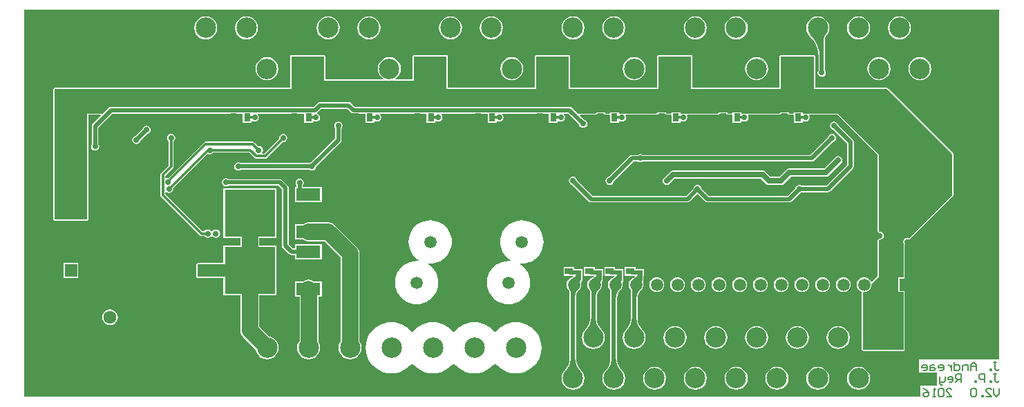
<source format=gbl>
%FSLAX44Y44*%
%MOMM*%
G71*
G01*
G75*
G04 Layer_Physical_Order=2*
G04 Layer_Color=16711680*
%ADD10C,0.3000*%
%ADD11C,0.5000*%
%ADD12O,2.1500X0.6000*%
%ADD13R,3.0000X1.6000*%
%ADD14R,6.2000X5.8000*%
%ADD15O,0.7000X2.5000*%
%ADD16R,2.7000X1.0000*%
%ADD17R,2.7000X3.3000*%
%ADD18R,0.6300X0.8300*%
%ADD19R,1.0000X1.5000*%
G04:AMPARAMS|DCode=20|XSize=0.6mm|YSize=1.3mm|CornerRadius=0.15mm|HoleSize=0mm|Usage=FLASHONLY|Rotation=180.000|XOffset=0mm|YOffset=0mm|HoleType=Round|Shape=RoundedRectangle|*
%AMROUNDEDRECTD20*
21,1,0.6000,1.0000,0,0,180.0*
21,1,0.3000,1.3000,0,0,180.0*
1,1,0.3000,-0.1500,0.5000*
1,1,0.3000,0.1500,0.5000*
1,1,0.3000,0.1500,-0.5000*
1,1,0.3000,-0.1500,-0.5000*
%
%ADD20ROUNDEDRECTD20*%
%ADD21R,5.5000X3.2000*%
%ADD22R,0.6000X0.6000*%
%ADD23R,0.6000X0.6000*%
%ADD24R,0.9000X0.6000*%
%ADD25R,0.8300X0.6300*%
%ADD26R,1.0000X0.8000*%
%ADD27R,1.5000X2.1000*%
%ADD28R,3.0000X3.7500*%
%ADD29R,1.5000X1.0000*%
%ADD30R,0.6000X1.1000*%
%ADD31O,1.7000X0.3000*%
%ADD32R,0.4500X0.6000*%
%ADD33R,1.1000X0.6000*%
%ADD34C,1.8000*%
%ADD35C,1.5000*%
%ADD36C,2.0000*%
%ADD37C,0.7500*%
%ADD38C,1.0000*%
%ADD39C,0.2600*%
%ADD40C,0.2500*%
%ADD41C,2.5000*%
%ADD42C,1.5000*%
%ADD43R,1.5000X1.5000*%
%ADD44C,6.0000*%
%ADD45C,1.6000*%
%ADD46C,0.7000*%
%ADD47R,0.8000X1.0000*%
%ADD48C,0.7000*%
%ADD49C,0.1700*%
G36*
X1197176Y48197D02*
X1099331D01*
Y31800D01*
X1120990D01*
Y15697D01*
X1100997D01*
Y2824D01*
X2824D01*
Y477176D01*
X1197176D01*
Y48197D01*
D02*
G37*
%LPC*%
G36*
X904700Y149078D02*
X902350Y148768D01*
X900161Y147861D01*
X898281Y146419D01*
X896839Y144539D01*
X895932Y142350D01*
X895622Y140000D01*
X895932Y137650D01*
X896839Y135461D01*
X898281Y133581D01*
X900161Y132139D01*
X902350Y131232D01*
X904700Y130922D01*
X907049Y131232D01*
X909239Y132139D01*
X911119Y133581D01*
X912561Y135461D01*
X913468Y137650D01*
X913778Y140000D01*
X913468Y142350D01*
X912561Y144539D01*
X911119Y146419D01*
X909239Y147861D01*
X907049Y148768D01*
X904700Y149078D01*
D02*
G37*
G36*
X930100D02*
X927750Y148768D01*
X925561Y147861D01*
X923681Y146419D01*
X922238Y144539D01*
X921332Y142350D01*
X921022Y140000D01*
X921332Y137650D01*
X922238Y135461D01*
X923681Y133581D01*
X925561Y132139D01*
X927750Y131232D01*
X930100Y130922D01*
X932449Y131232D01*
X934639Y132139D01*
X936519Y133581D01*
X937961Y135461D01*
X938868Y137650D01*
X939178Y140000D01*
X938868Y142350D01*
X937961Y144539D01*
X936519Y146419D01*
X934639Y147861D01*
X932449Y148768D01*
X930100Y149078D01*
D02*
G37*
G36*
X879300D02*
X876951Y148768D01*
X874761Y147861D01*
X872881Y146419D01*
X871439Y144539D01*
X870532Y142350D01*
X870222Y140000D01*
X870532Y137650D01*
X871439Y135461D01*
X872881Y133581D01*
X874761Y132139D01*
X876951Y131232D01*
X879300Y130922D01*
X881649Y131232D01*
X883839Y132139D01*
X885719Y133581D01*
X887161Y135461D01*
X888068Y137650D01*
X888378Y140000D01*
X888068Y142350D01*
X887161Y144539D01*
X885719Y146419D01*
X883839Y147861D01*
X881649Y148768D01*
X879300Y149078D01*
D02*
G37*
G36*
X803100D02*
X800751Y148768D01*
X798561Y147861D01*
X796681Y146419D01*
X795238Y144539D01*
X794332Y142350D01*
X794022Y140000D01*
X794332Y137650D01*
X795238Y135461D01*
X796681Y133581D01*
X798561Y132139D01*
X800751Y131232D01*
X803100Y130922D01*
X805449Y131232D01*
X807639Y132139D01*
X809519Y133581D01*
X810961Y135461D01*
X811868Y137650D01*
X812178Y140000D01*
X811868Y142350D01*
X810961Y144539D01*
X809519Y146419D01*
X807639Y147861D01*
X805449Y148768D01*
X803100Y149078D01*
D02*
G37*
G36*
X828500D02*
X826151Y148768D01*
X823961Y147861D01*
X822081Y146419D01*
X820639Y144539D01*
X819732Y142350D01*
X819422Y140000D01*
X819732Y137650D01*
X820639Y135461D01*
X822081Y133581D01*
X823961Y132139D01*
X826151Y131232D01*
X828500Y130922D01*
X830850Y131232D01*
X833039Y132139D01*
X834919Y133581D01*
X836361Y135461D01*
X837268Y137650D01*
X837578Y140000D01*
X837268Y142350D01*
X836361Y144539D01*
X834919Y146419D01*
X833039Y147861D01*
X830850Y148768D01*
X828500Y149078D01*
D02*
G37*
G36*
X853900D02*
X851551Y148768D01*
X849361Y147861D01*
X847481Y146419D01*
X846039Y144539D01*
X845132Y142350D01*
X844822Y140000D01*
X845132Y137650D01*
X846039Y135461D01*
X847481Y133581D01*
X849361Y132139D01*
X851551Y131232D01*
X853900Y130922D01*
X856249Y131232D01*
X858439Y132139D01*
X860319Y133581D01*
X861761Y135461D01*
X862668Y137650D01*
X862978Y140000D01*
X862668Y142350D01*
X861761Y144539D01*
X860319Y146419D01*
X858439Y147861D01*
X856249Y148768D01*
X853900Y149078D01*
D02*
G37*
G36*
X955500D02*
X953150Y148768D01*
X950961Y147861D01*
X949081Y146419D01*
X947638Y144539D01*
X946732Y142350D01*
X946422Y140000D01*
X946732Y137650D01*
X947638Y135461D01*
X949081Y133581D01*
X950961Y132139D01*
X953150Y131232D01*
X955500Y130922D01*
X957850Y131232D01*
X960039Y132139D01*
X961919Y133581D01*
X963361Y135461D01*
X964268Y137650D01*
X964578Y140000D01*
X964268Y142350D01*
X963361Y144539D01*
X961919Y146419D01*
X960039Y147861D01*
X957850Y148768D01*
X955500Y149078D01*
D02*
G37*
G36*
X69000Y166500D02*
X51000D01*
Y148500D01*
X69000D01*
Y166500D01*
D02*
G37*
G36*
X726500Y162000D02*
X713500D01*
Y151000D01*
X721106D01*
X721500Y150922D01*
X725444D01*
X725852Y149719D01*
X725010Y149072D01*
X723856Y148595D01*
X723856Y148595D01*
X723856Y148595D01*
X723807Y148508D01*
X723670Y148481D01*
X723365Y148277D01*
X722361Y147861D01*
X720481Y146419D01*
X719038Y144539D01*
X718132Y142350D01*
X717822Y140000D01*
X718132Y137650D01*
X719038Y135461D01*
X720475Y133590D01*
X720481Y133581D01*
X720481Y133581D01*
X720585Y133502D01*
X720922Y132688D01*
Y123655D01*
X720891Y123342D01*
X720922D01*
Y49142D01*
X720913D01*
X720922Y49032D01*
Y48653D01*
X720583Y45219D01*
X719439Y41446D01*
X717580Y37969D01*
X715330Y35227D01*
X715015Y34985D01*
X712771Y32060D01*
X711360Y28655D01*
X710879Y25000D01*
X711360Y21345D01*
X712771Y17940D01*
X715015Y15015D01*
X717940Y12771D01*
X721345Y11360D01*
X725000Y10879D01*
X728655Y11360D01*
X732060Y12771D01*
X734985Y15015D01*
X737229Y17940D01*
X738640Y21345D01*
X739121Y25000D01*
X738640Y28655D01*
X737229Y32060D01*
X734985Y34985D01*
X734670Y35227D01*
X732420Y37969D01*
X730561Y41446D01*
X729417Y45219D01*
X729079Y48653D01*
Y49032D01*
X729087Y49142D01*
X729079D01*
Y123919D01*
X729499Y127109D01*
X730953Y130620D01*
X733090Y133406D01*
X733319Y133581D01*
X733319Y133581D01*
X733325Y133590D01*
X734761Y135461D01*
X735668Y137650D01*
X735978Y140000D01*
X735668Y142350D01*
X735466Y142839D01*
X736268Y144039D01*
X736319Y144298D01*
X736578Y145600D01*
X736578Y145600D01*
Y147706D01*
X736607Y147924D01*
X736578D01*
Y150500D01*
X737000D01*
Y159500D01*
X728000D01*
Y159078D01*
X726500D01*
Y162000D01*
D02*
G37*
G36*
X701500D02*
X688500D01*
Y151000D01*
X696106D01*
X696500Y150922D01*
X700324D01*
X700733Y149719D01*
X700102Y149235D01*
X698764Y148681D01*
X698764Y148681D01*
X698764Y148681D01*
X698735Y148596D01*
Y148596D01*
X698734Y148596D01*
X698437Y148537D01*
X698184Y148368D01*
X696961Y147861D01*
X695081Y146419D01*
X693639Y144539D01*
X692732Y142350D01*
X692422Y140000D01*
X692732Y137650D01*
X693639Y135461D01*
X695075Y133590D01*
X695081Y133581D01*
X695081Y133581D01*
X695096Y133570D01*
X695709Y132652D01*
X695922Y131583D01*
Y124553D01*
X695898Y124308D01*
X695922D01*
Y99142D01*
X695913D01*
X695922Y99032D01*
Y98653D01*
X695584Y95219D01*
X694439Y91446D01*
X692580Y87969D01*
X690331Y85227D01*
X690015Y84985D01*
X687771Y82060D01*
X686360Y78655D01*
X685879Y75000D01*
X686360Y71345D01*
X687771Y67940D01*
X690015Y65015D01*
X692940Y62771D01*
X696345Y61361D01*
X700000Y60879D01*
X703655Y61361D01*
X707060Y62771D01*
X709985Y65015D01*
X712229Y67940D01*
X713640Y71345D01*
X714121Y75000D01*
X713640Y78655D01*
X712229Y82060D01*
X709985Y84985D01*
X709670Y85227D01*
X707420Y87969D01*
X705561Y91446D01*
X704417Y95219D01*
X704079Y98653D01*
Y99032D01*
X704087Y99142D01*
X704079D01*
Y124795D01*
X704463Y127719D01*
X705780Y130897D01*
X707726Y133433D01*
X707919Y133581D01*
X707919Y133581D01*
X707925Y133590D01*
X709361Y135461D01*
X710268Y137650D01*
X710578Y140000D01*
X710268Y142350D01*
X710194Y142528D01*
X710527Y143330D01*
X711268Y144439D01*
X711319Y144698D01*
X711578Y146000D01*
X711578Y146000D01*
Y147952D01*
X711609Y148182D01*
X711578D01*
Y150500D01*
X712000D01*
Y159500D01*
X703000D01*
Y159078D01*
X701500D01*
Y162000D01*
D02*
G37*
G36*
X751500D02*
X738500D01*
Y151000D01*
X746106D01*
X746500Y150922D01*
X750583D01*
X750991Y149719D01*
X749902Y148883D01*
X748945Y148487D01*
X748945Y148487D01*
X748945Y148487D01*
X748908Y148419D01*
X748901Y148418D01*
X748570Y148196D01*
X747761Y147861D01*
X745881Y146419D01*
X744438Y144539D01*
X743532Y142350D01*
X743222Y140000D01*
X743532Y137650D01*
X744438Y135461D01*
X745881Y133581D01*
X745922Y133550D01*
Y122756D01*
X745884Y122377D01*
X745922D01*
Y99142D01*
X745913D01*
X745922Y99032D01*
Y98653D01*
X745583Y95219D01*
X744439Y91446D01*
X742580Y87969D01*
X740330Y85227D01*
X740015Y84985D01*
X737771Y82060D01*
X736360Y78655D01*
X735879Y75000D01*
X736360Y71345D01*
X737771Y67940D01*
X740015Y65015D01*
X742940Y62771D01*
X746345Y61361D01*
X750000Y60879D01*
X753655Y61361D01*
X757060Y62771D01*
X759985Y65015D01*
X762229Y67940D01*
X763640Y71345D01*
X764121Y75000D01*
X763640Y78655D01*
X762229Y82060D01*
X759985Y84985D01*
X759670Y85227D01*
X757420Y87969D01*
X755561Y91446D01*
X754417Y95219D01*
X754079Y98653D01*
Y99032D01*
X754087Y99142D01*
X754079D01*
Y122659D01*
X754356Y125473D01*
X755259Y128451D01*
X756726Y131195D01*
X758625Y133509D01*
X758719Y133581D01*
X758719Y133581D01*
X758725Y133590D01*
X760161Y135461D01*
X761068Y137650D01*
X761378Y140000D01*
X761068Y142350D01*
X760815Y142961D01*
X761268Y143639D01*
X761319Y143898D01*
X761578Y145200D01*
X761578Y145200D01*
Y147441D01*
X761606Y147647D01*
X761578D01*
Y150500D01*
X762000D01*
Y159500D01*
X753000D01*
Y159078D01*
X751500D01*
Y162000D01*
D02*
G37*
G36*
X980900Y149078D02*
X978550Y148768D01*
X976361Y147861D01*
X974481Y146419D01*
X973038Y144539D01*
X972132Y142350D01*
X971822Y140000D01*
X972132Y137650D01*
X973038Y135461D01*
X974481Y133581D01*
X976361Y132139D01*
X978550Y131232D01*
X980900Y130922D01*
X983250Y131232D01*
X985439Y132139D01*
X987319Y133581D01*
X988761Y135461D01*
X989668Y137650D01*
X989978Y140000D01*
X989668Y142350D01*
X988761Y144539D01*
X987319Y146419D01*
X985439Y147861D01*
X983250Y148768D01*
X980900Y149078D01*
D02*
G37*
G36*
X1006300D02*
X1003951Y148768D01*
X1001761Y147861D01*
X999881Y146419D01*
X998438Y144539D01*
X997532Y142350D01*
X997222Y140000D01*
X997532Y137650D01*
X998438Y135461D01*
X999881Y133581D01*
X1001761Y132139D01*
X1003951Y131232D01*
X1006300Y130922D01*
X1008650Y131232D01*
X1010839Y132139D01*
X1012719Y133581D01*
X1014161Y135461D01*
X1015068Y137650D01*
X1015378Y140000D01*
X1015068Y142350D01*
X1014161Y144539D01*
X1012719Y146419D01*
X1010839Y147861D01*
X1008650Y148768D01*
X1006300Y149078D01*
D02*
G37*
G36*
X676500Y162000D02*
X663500D01*
Y151000D01*
X671106D01*
X671500Y150922D01*
X675235D01*
X675603Y149706D01*
X674445Y148932D01*
X673661Y148777D01*
X673673Y148736D01*
X673409Y148627D01*
X673201Y148585D01*
X673024Y148467D01*
X671561Y147861D01*
X669681Y146419D01*
X668239Y144539D01*
X667332Y142350D01*
X667022Y140000D01*
X667332Y137650D01*
X668239Y135461D01*
X669675Y133590D01*
X669681Y133581D01*
X669681Y133581D01*
X669760Y133520D01*
X670630Y132219D01*
X670922Y130752D01*
Y125452D01*
X670904Y125274D01*
X670922D01*
Y49142D01*
X670913D01*
X670922Y49032D01*
Y48653D01*
X670583Y45219D01*
X669439Y41446D01*
X667580Y37969D01*
X665330Y35227D01*
X665015Y34985D01*
X662771Y32060D01*
X661360Y28655D01*
X660879Y25000D01*
X661360Y21345D01*
X662771Y17940D01*
X665015Y15015D01*
X667940Y12771D01*
X671345Y11360D01*
X675000Y10879D01*
X678655Y11360D01*
X682060Y12771D01*
X684985Y15015D01*
X687229Y17940D01*
X688640Y21345D01*
X689121Y25000D01*
X688640Y28655D01*
X687229Y32060D01*
X684985Y34985D01*
X684670Y35227D01*
X682420Y37969D01*
X680561Y41446D01*
X679417Y45219D01*
X679079Y48653D01*
Y49032D01*
X679087Y49142D01*
X679079D01*
Y125671D01*
X679428Y128328D01*
X680607Y131174D01*
X682362Y133461D01*
X682519Y133581D01*
X682519Y133581D01*
X682525Y133590D01*
X683961Y135461D01*
X684868Y137650D01*
X685178Y140000D01*
X684909Y142044D01*
X685737Y144045D01*
X685975Y144400D01*
X686268Y144839D01*
X686578Y146400D01*
X686578Y146400D01*
Y148181D01*
X686610Y148421D01*
X686578D01*
Y150500D01*
X687000D01*
Y159500D01*
X678000D01*
Y159078D01*
X676500D01*
Y162000D01*
D02*
G37*
G36*
X777700Y149078D02*
X775350Y148768D01*
X773161Y147861D01*
X771281Y146419D01*
X769839Y144539D01*
X768932Y142350D01*
X768622Y140000D01*
X768932Y137650D01*
X769839Y135461D01*
X771281Y133581D01*
X773161Y132139D01*
X775350Y131232D01*
X777700Y130922D01*
X780050Y131232D01*
X782239Y132139D01*
X784119Y133581D01*
X785562Y135461D01*
X786468Y137650D01*
X786778Y140000D01*
X786468Y142350D01*
X785562Y144539D01*
X784119Y146419D01*
X782239Y147861D01*
X780050Y148768D01*
X777700Y149078D01*
D02*
G37*
G36*
X1025000Y39121D02*
X1021345Y38640D01*
X1017940Y37229D01*
X1015015Y34985D01*
X1012771Y32060D01*
X1011360Y28655D01*
X1010879Y25000D01*
X1011360Y21345D01*
X1012771Y17940D01*
X1015015Y15015D01*
X1017940Y12771D01*
X1021345Y11360D01*
X1025000Y10879D01*
X1028655Y11360D01*
X1032060Y12771D01*
X1034985Y15015D01*
X1037229Y17940D01*
X1038640Y21345D01*
X1039121Y25000D01*
X1038640Y28655D01*
X1037229Y32060D01*
X1034985Y34985D01*
X1032060Y37229D01*
X1028655Y38640D01*
X1025000Y39121D01*
D02*
G37*
G36*
X311600Y258000D02*
X246600D01*
Y197000D01*
X267501D01*
Y188000D01*
X246600D01*
Y166624D01*
X215000D01*
X213852Y166148D01*
X213377Y165000D01*
Y150000D01*
X213852Y148852D01*
X215000Y148377D01*
X246600D01*
Y127000D01*
X267501D01*
Y83600D01*
X267501Y83600D01*
X267712Y81993D01*
X267896Y80598D01*
X268575Y78959D01*
X269055Y77800D01*
X270898Y75398D01*
X286425Y59871D01*
X286560Y58845D01*
X287971Y55440D01*
X290215Y52515D01*
X293140Y50271D01*
X296545Y48861D01*
X300200Y48379D01*
X303855Y48861D01*
X307261Y50271D01*
X310185Y52515D01*
X312429Y55440D01*
X313840Y58845D01*
X314321Y62500D01*
X313840Y66155D01*
X312429Y69560D01*
X310185Y72485D01*
X307261Y74729D01*
X303855Y76140D01*
X302829Y76275D01*
X290699Y88405D01*
Y127000D01*
X311600D01*
Y188000D01*
X290699D01*
Y197000D01*
X311600D01*
Y258000D01*
D02*
G37*
G36*
X350900Y146239D02*
X347898Y145844D01*
X345101Y144685D01*
X344390Y144140D01*
X334400D01*
Y125140D01*
X340001D01*
Y71163D01*
X338771Y69560D01*
X337360Y66155D01*
X336879Y62500D01*
X337360Y58845D01*
X338771Y55440D01*
X341015Y52515D01*
X343940Y50271D01*
X347345Y48861D01*
X351000Y48379D01*
X354655Y48861D01*
X358060Y50271D01*
X360985Y52515D01*
X363229Y55440D01*
X364640Y58845D01*
X365121Y62500D01*
X364640Y66155D01*
X363229Y69560D01*
X363199Y69599D01*
Y125140D01*
X367400D01*
Y144140D01*
X357410D01*
X356700Y144685D01*
X353902Y145844D01*
X350900Y146239D01*
D02*
G37*
G36*
X975000Y39121D02*
X971345Y38640D01*
X967940Y37229D01*
X965015Y34985D01*
X962771Y32060D01*
X961360Y28655D01*
X960879Y25000D01*
X961360Y21345D01*
X962771Y17940D01*
X965015Y15015D01*
X967940Y12771D01*
X971345Y11360D01*
X975000Y10879D01*
X978655Y11360D01*
X982060Y12771D01*
X984985Y15015D01*
X987229Y17940D01*
X988640Y21345D01*
X989121Y25000D01*
X988640Y28655D01*
X987229Y32060D01*
X984985Y34985D01*
X982060Y37229D01*
X978655Y38640D01*
X975000Y39121D01*
D02*
G37*
G36*
X825000D02*
X821345Y38640D01*
X817940Y37229D01*
X815015Y34985D01*
X812771Y32060D01*
X811360Y28655D01*
X810879Y25000D01*
X811360Y21345D01*
X812771Y17940D01*
X815015Y15015D01*
X817940Y12771D01*
X821345Y11360D01*
X825000Y10879D01*
X828655Y11360D01*
X832060Y12771D01*
X834985Y15015D01*
X837229Y17940D01*
X838640Y21345D01*
X839121Y25000D01*
X838640Y28655D01*
X837229Y32060D01*
X834985Y34985D01*
X832060Y37229D01*
X828655Y38640D01*
X825000Y39121D01*
D02*
G37*
G36*
X875000D02*
X871345Y38640D01*
X867940Y37229D01*
X865015Y34985D01*
X862771Y32060D01*
X861360Y28655D01*
X860879Y25000D01*
X861360Y21345D01*
X862771Y17940D01*
X865015Y15015D01*
X867940Y12771D01*
X871345Y11360D01*
X875000Y10879D01*
X878655Y11360D01*
X882060Y12771D01*
X884985Y15015D01*
X887229Y17940D01*
X888640Y21345D01*
X889121Y25000D01*
X888640Y28655D01*
X887229Y32060D01*
X884985Y34985D01*
X882060Y37229D01*
X878655Y38640D01*
X875000Y39121D01*
D02*
G37*
G36*
X925000D02*
X921345Y38640D01*
X917940Y37229D01*
X915015Y34985D01*
X912771Y32060D01*
X911360Y28655D01*
X910879Y25000D01*
X911360Y21345D01*
X912771Y17940D01*
X915015Y15015D01*
X917940Y12771D01*
X921345Y11360D01*
X925000Y10879D01*
X928655Y11360D01*
X932060Y12771D01*
X934985Y15015D01*
X937229Y17940D01*
X938640Y21345D01*
X939121Y25000D01*
X938640Y28655D01*
X937229Y32060D01*
X934985Y34985D01*
X932060Y37229D01*
X928655Y38640D01*
X925000Y39121D01*
D02*
G37*
G36*
X375360Y216239D02*
X375360Y216239D01*
X350900D01*
X347898Y215844D01*
X345100Y214685D01*
X344390Y214140D01*
X334400D01*
Y195140D01*
X344390D01*
X345100Y194595D01*
X347898Y193436D01*
X350900Y193041D01*
X370555D01*
X390201Y173395D01*
Y70381D01*
X389571Y69560D01*
X388161Y66155D01*
X387679Y62500D01*
X388161Y58845D01*
X389571Y55440D01*
X391815Y52515D01*
X394740Y50271D01*
X398145Y48861D01*
X401800Y48379D01*
X405455Y48861D01*
X408861Y50271D01*
X411785Y52515D01*
X414029Y55440D01*
X415440Y58845D01*
X415921Y62500D01*
X415440Y66155D01*
X414029Y69560D01*
X413399Y70381D01*
Y178200D01*
X413399Y178200D01*
X413004Y181202D01*
X411845Y184000D01*
X410002Y186402D01*
X410002Y186402D01*
X383562Y212842D01*
X381160Y214685D01*
X378362Y215844D01*
X375360Y216239D01*
D02*
G37*
G36*
X1000000Y89121D02*
X996345Y88640D01*
X992940Y87229D01*
X990015Y84985D01*
X987771Y82060D01*
X986360Y78655D01*
X985879Y75000D01*
X986360Y71345D01*
X987771Y67940D01*
X990015Y65015D01*
X992940Y62771D01*
X996345Y61361D01*
X1000000Y60879D01*
X1003655Y61361D01*
X1007060Y62771D01*
X1009985Y65015D01*
X1012229Y67940D01*
X1013640Y71345D01*
X1014121Y75000D01*
X1013640Y78655D01*
X1012229Y82060D01*
X1009985Y84985D01*
X1007060Y87229D01*
X1003655Y88640D01*
X1000000Y89121D01*
D02*
G37*
G36*
X605000Y94097D02*
X600057Y93708D01*
X595236Y92551D01*
X590655Y90654D01*
X586428Y88063D01*
X582657Y84843D01*
X580235Y82007D01*
X578965D01*
X576543Y84843D01*
X572773Y88063D01*
X568545Y90654D01*
X563964Y92551D01*
X559143Y93708D01*
X554200Y94097D01*
X549257Y93708D01*
X544436Y92551D01*
X539855Y90654D01*
X535628Y88063D01*
X531857Y84843D01*
X529435Y82007D01*
X528165D01*
X525743Y84843D01*
X521973Y88063D01*
X517745Y90654D01*
X513164Y92551D01*
X508343Y93708D01*
X503400Y94097D01*
X498457Y93708D01*
X493636Y92551D01*
X489055Y90654D01*
X484828Y88063D01*
X481057Y84843D01*
X478635Y82007D01*
X477365D01*
X474943Y84843D01*
X471173Y88063D01*
X466945Y90654D01*
X462364Y92551D01*
X457543Y93708D01*
X452600Y94097D01*
X447657Y93708D01*
X442836Y92551D01*
X438255Y90654D01*
X434028Y88063D01*
X430257Y84843D01*
X427037Y81073D01*
X424447Y76845D01*
X422549Y72264D01*
X421392Y67443D01*
X421003Y62500D01*
X421392Y57557D01*
X422549Y52736D01*
X424447Y48155D01*
X427037Y43928D01*
X430257Y40157D01*
X434028Y36937D01*
X438255Y34347D01*
X442836Y32449D01*
X447657Y31292D01*
X452600Y30903D01*
X457543Y31292D01*
X462364Y32449D01*
X466945Y34347D01*
X471173Y36937D01*
X474943Y40157D01*
X477365Y42993D01*
X478635D01*
X481057Y40157D01*
X484828Y36937D01*
X489055Y34347D01*
X493636Y32449D01*
X498457Y31292D01*
X503400Y30903D01*
X508343Y31292D01*
X513164Y32449D01*
X517745Y34347D01*
X521973Y36937D01*
X525743Y40157D01*
X528165Y42993D01*
X529435D01*
X531857Y40157D01*
X535628Y36937D01*
X539855Y34347D01*
X544436Y32449D01*
X549257Y31292D01*
X554200Y30903D01*
X559143Y31292D01*
X563964Y32449D01*
X568545Y34347D01*
X572773Y36937D01*
X576543Y40157D01*
X578965Y42993D01*
X580235D01*
X582657Y40157D01*
X586428Y36937D01*
X590655Y34347D01*
X595236Y32449D01*
X600057Y31292D01*
X605000Y30903D01*
X609943Y31292D01*
X614764Y32449D01*
X619345Y34347D01*
X623573Y36937D01*
X627343Y40157D01*
X630563Y43928D01*
X633154Y48155D01*
X635051Y52736D01*
X636208Y57557D01*
X636598Y62500D01*
X636208Y67443D01*
X635051Y72264D01*
X633154Y76845D01*
X630563Y81073D01*
X627343Y84843D01*
X623573Y88063D01*
X619345Y90654D01*
X614764Y92551D01*
X609943Y93708D01*
X605000Y94097D01*
D02*
G37*
G36*
X107900Y109582D02*
X105420Y109256D01*
X103109Y108298D01*
X101124Y106776D01*
X99602Y104791D01*
X98645Y102480D01*
X98318Y100000D01*
X98645Y97520D01*
X99602Y95209D01*
X101124Y93225D01*
X103109Y91702D01*
X105420Y90744D01*
X107900Y90418D01*
X110380Y90744D01*
X112691Y91702D01*
X114675Y93225D01*
X116198Y95209D01*
X117155Y97520D01*
X117482Y100000D01*
X117155Y102480D01*
X116198Y104791D01*
X114675Y106776D01*
X112691Y108298D01*
X110380Y109256D01*
X107900Y109582D01*
D02*
G37*
G36*
X950000Y89121D02*
X946345Y88640D01*
X942940Y87229D01*
X940015Y84985D01*
X937771Y82060D01*
X936360Y78655D01*
X935879Y75000D01*
X936360Y71345D01*
X937771Y67940D01*
X940015Y65015D01*
X942940Y62771D01*
X946345Y61361D01*
X950000Y60879D01*
X953655Y61361D01*
X957060Y62771D01*
X959985Y65015D01*
X962229Y67940D01*
X963640Y71345D01*
X964121Y75000D01*
X963640Y78655D01*
X962229Y82060D01*
X959985Y84985D01*
X957060Y87229D01*
X953655Y88640D01*
X950000Y89121D01*
D02*
G37*
G36*
X800000D02*
X796345Y88640D01*
X792940Y87229D01*
X790015Y84985D01*
X787771Y82060D01*
X786360Y78655D01*
X785879Y75000D01*
X786360Y71345D01*
X787771Y67940D01*
X790015Y65015D01*
X792940Y62771D01*
X796345Y61361D01*
X800000Y60879D01*
X803655Y61361D01*
X807060Y62771D01*
X809985Y65015D01*
X812229Y67940D01*
X813640Y71345D01*
X814121Y75000D01*
X813640Y78655D01*
X812229Y82060D01*
X809985Y84985D01*
X807060Y87229D01*
X803655Y88640D01*
X800000Y89121D01*
D02*
G37*
G36*
X850000D02*
X846345Y88640D01*
X842940Y87229D01*
X840015Y84985D01*
X837771Y82060D01*
X836360Y78655D01*
X835879Y75000D01*
X836360Y71345D01*
X837771Y67940D01*
X840015Y65015D01*
X842940Y62771D01*
X846345Y61361D01*
X850000Y60879D01*
X853655Y61361D01*
X857060Y62771D01*
X859985Y65015D01*
X862229Y67940D01*
X863640Y71345D01*
X864121Y75000D01*
X863640Y78655D01*
X862229Y82060D01*
X859985Y84985D01*
X857060Y87229D01*
X853655Y88640D01*
X850000Y89121D01*
D02*
G37*
G36*
X900000D02*
X896345Y88640D01*
X892940Y87229D01*
X890015Y84985D01*
X887771Y82060D01*
X886360Y78655D01*
X885879Y75000D01*
X886360Y71345D01*
X887771Y67940D01*
X890015Y65015D01*
X892940Y62771D01*
X896345Y61361D01*
X900000Y60879D01*
X903655Y61361D01*
X907060Y62771D01*
X909985Y65015D01*
X912229Y67940D01*
X913640Y71345D01*
X914121Y75000D01*
X913640Y78655D01*
X912229Y82060D01*
X909985Y84985D01*
X907060Y87229D01*
X903655Y88640D01*
X900000Y89121D01*
D02*
G37*
G36*
X775000Y39121D02*
X771345Y38640D01*
X767940Y37229D01*
X765015Y34985D01*
X762771Y32060D01*
X761360Y28655D01*
X760879Y25000D01*
X761360Y21345D01*
X762771Y17940D01*
X765015Y15015D01*
X767940Y12771D01*
X771345Y11360D01*
X775000Y10879D01*
X778655Y11360D01*
X782060Y12771D01*
X784985Y15015D01*
X787229Y17940D01*
X788640Y21345D01*
X789121Y25000D01*
X788640Y28655D01*
X787229Y32060D01*
X784985Y34985D01*
X782060Y37229D01*
X778655Y38640D01*
X775000Y39121D01*
D02*
G37*
G36*
X275000Y469121D02*
X271345Y468640D01*
X267940Y467229D01*
X265015Y464985D01*
X262771Y462061D01*
X261360Y458655D01*
X260879Y455000D01*
X261360Y451345D01*
X262771Y447940D01*
X265015Y445015D01*
X267940Y442771D01*
X271345Y441361D01*
X275000Y440879D01*
X278655Y441361D01*
X282061Y442771D01*
X284985Y445015D01*
X287229Y447940D01*
X288640Y451345D01*
X289121Y455000D01*
X288640Y458655D01*
X287229Y462061D01*
X284985Y464985D01*
X282061Y467229D01*
X278655Y468640D01*
X275000Y469121D01*
D02*
G37*
G36*
X375000D02*
X371345Y468640D01*
X367940Y467229D01*
X365015Y464985D01*
X362771Y462061D01*
X361361Y458655D01*
X360879Y455000D01*
X361361Y451345D01*
X362771Y447940D01*
X365015Y445015D01*
X367940Y442771D01*
X371345Y441361D01*
X375000Y440879D01*
X378655Y441361D01*
X382061Y442771D01*
X384985Y445015D01*
X387229Y447940D01*
X388640Y451345D01*
X389121Y455000D01*
X388640Y458655D01*
X387229Y462061D01*
X384985Y464985D01*
X382061Y467229D01*
X378655Y468640D01*
X375000Y469121D01*
D02*
G37*
G36*
X425000D02*
X421345Y468640D01*
X417940Y467229D01*
X415015Y464985D01*
X412771Y462061D01*
X411361Y458655D01*
X410879Y455000D01*
X411361Y451345D01*
X412771Y447940D01*
X415015Y445015D01*
X417940Y442771D01*
X421345Y441361D01*
X425000Y440879D01*
X428655Y441361D01*
X432061Y442771D01*
X434985Y445015D01*
X437229Y447940D01*
X438640Y451345D01*
X439121Y455000D01*
X438640Y458655D01*
X437229Y462061D01*
X434985Y464985D01*
X432061Y467229D01*
X428655Y468640D01*
X425000Y469121D01*
D02*
G37*
G36*
X225000D02*
X221345Y468640D01*
X217940Y467229D01*
X215015Y464985D01*
X212771Y462061D01*
X211360Y458655D01*
X210879Y455000D01*
X211360Y451345D01*
X212771Y447940D01*
X215015Y445015D01*
X217940Y442771D01*
X221345Y441361D01*
X225000Y440879D01*
X228655Y441361D01*
X232061Y442771D01*
X234985Y445015D01*
X237229Y447940D01*
X238640Y451345D01*
X239121Y455000D01*
X238640Y458655D01*
X237229Y462061D01*
X234985Y464985D01*
X232061Y467229D01*
X228655Y468640D01*
X225000Y469121D01*
D02*
G37*
G36*
X1050000Y419121D02*
X1046345Y418640D01*
X1042940Y417229D01*
X1040015Y414985D01*
X1037771Y412061D01*
X1036360Y408655D01*
X1035879Y405000D01*
X1036360Y401345D01*
X1037771Y397940D01*
X1040015Y395015D01*
X1042940Y392771D01*
X1046345Y391361D01*
X1050000Y390879D01*
X1053655Y391361D01*
X1057060Y392771D01*
X1059985Y395015D01*
X1062229Y397940D01*
X1063640Y401345D01*
X1064121Y405000D01*
X1063640Y408655D01*
X1062229Y412061D01*
X1059985Y414985D01*
X1057060Y417229D01*
X1053655Y418640D01*
X1050000Y419121D01*
D02*
G37*
G36*
X1100000D02*
X1096345Y418640D01*
X1092940Y417229D01*
X1090015Y414985D01*
X1087771Y412061D01*
X1086360Y408655D01*
X1085879Y405000D01*
X1086360Y401345D01*
X1087771Y397940D01*
X1090015Y395015D01*
X1092940Y392771D01*
X1096345Y391361D01*
X1100000Y390879D01*
X1103655Y391361D01*
X1107060Y392771D01*
X1109985Y395015D01*
X1112229Y397940D01*
X1113640Y401345D01*
X1114121Y405000D01*
X1113640Y408655D01*
X1112229Y412061D01*
X1109985Y414985D01*
X1107060Y417229D01*
X1103655Y418640D01*
X1100000Y419121D01*
D02*
G37*
G36*
X975000Y469121D02*
X971345Y468640D01*
X967940Y467229D01*
X965015Y464985D01*
X962771Y462061D01*
X961360Y458655D01*
X960879Y455000D01*
X961360Y451345D01*
X962771Y447940D01*
X965015Y445015D01*
X965428Y444698D01*
X968883Y440653D01*
X971933Y435676D01*
X974167Y430283D01*
X975530Y424607D01*
X975922Y419626D01*
Y402896D01*
X975290Y401951D01*
X974902Y400000D01*
X975290Y398049D01*
X976395Y396395D01*
X978049Y395290D01*
X980000Y394902D01*
X981951Y395290D01*
X983605Y396395D01*
X984710Y398049D01*
X985098Y400000D01*
X984710Y401951D01*
X984079Y402896D01*
Y418787D01*
X984097D01*
X984079Y419071D01*
Y430858D01*
X984103D01*
X984079Y431165D01*
Y442929D01*
X984102D01*
X984091Y443039D01*
X984298Y444078D01*
X984861Y444920D01*
X984985Y445015D01*
X987229Y447940D01*
X988640Y451345D01*
X989121Y455000D01*
X988640Y458655D01*
X987229Y462061D01*
X984985Y464985D01*
X982060Y467229D01*
X978655Y468640D01*
X975000Y469121D01*
D02*
G37*
G36*
X525000D02*
X521345Y468640D01*
X517940Y467229D01*
X515015Y464985D01*
X512771Y462061D01*
X511361Y458655D01*
X510879Y455000D01*
X511361Y451345D01*
X512771Y447940D01*
X515015Y445015D01*
X517940Y442771D01*
X521345Y441361D01*
X525000Y440879D01*
X528655Y441361D01*
X532061Y442771D01*
X534985Y445015D01*
X537229Y447940D01*
X538640Y451345D01*
X539121Y455000D01*
X538640Y458655D01*
X537229Y462061D01*
X534985Y464985D01*
X532061Y467229D01*
X528655Y468640D01*
X525000Y469121D01*
D02*
G37*
G36*
X875000D02*
X871345Y468640D01*
X867940Y467229D01*
X865015Y464985D01*
X862771Y462061D01*
X861360Y458655D01*
X860879Y455000D01*
X861360Y451345D01*
X862771Y447940D01*
X865015Y445015D01*
X867940Y442771D01*
X871345Y441361D01*
X875000Y440879D01*
X878655Y441361D01*
X882060Y442771D01*
X884985Y445015D01*
X887229Y447940D01*
X888640Y451345D01*
X889121Y455000D01*
X888640Y458655D01*
X887229Y462061D01*
X884985Y464985D01*
X882060Y467229D01*
X878655Y468640D01*
X875000Y469121D01*
D02*
G37*
G36*
X1025000D02*
X1021345Y468640D01*
X1017940Y467229D01*
X1015015Y464985D01*
X1012771Y462061D01*
X1011360Y458655D01*
X1010879Y455000D01*
X1011360Y451345D01*
X1012771Y447940D01*
X1015015Y445015D01*
X1017940Y442771D01*
X1021345Y441361D01*
X1025000Y440879D01*
X1028655Y441361D01*
X1032060Y442771D01*
X1034985Y445015D01*
X1037229Y447940D01*
X1038640Y451345D01*
X1039121Y455000D01*
X1038640Y458655D01*
X1037229Y462061D01*
X1034985Y464985D01*
X1032060Y467229D01*
X1028655Y468640D01*
X1025000Y469121D01*
D02*
G37*
G36*
X1075000D02*
X1071345Y468640D01*
X1067940Y467229D01*
X1065015Y464985D01*
X1062771Y462061D01*
X1061360Y458655D01*
X1060879Y455000D01*
X1061360Y451345D01*
X1062771Y447940D01*
X1065015Y445015D01*
X1067940Y442771D01*
X1071345Y441361D01*
X1075000Y440879D01*
X1078655Y441361D01*
X1082060Y442771D01*
X1084985Y445015D01*
X1087229Y447940D01*
X1088640Y451345D01*
X1089121Y455000D01*
X1088640Y458655D01*
X1087229Y462061D01*
X1084985Y464985D01*
X1082060Y467229D01*
X1078655Y468640D01*
X1075000Y469121D01*
D02*
G37*
G36*
X825000D02*
X821345Y468640D01*
X817940Y467229D01*
X815015Y464985D01*
X812771Y462061D01*
X811360Y458655D01*
X810879Y455000D01*
X811360Y451345D01*
X812771Y447940D01*
X815015Y445015D01*
X817940Y442771D01*
X821345Y441361D01*
X825000Y440879D01*
X828655Y441361D01*
X832060Y442771D01*
X834985Y445015D01*
X837229Y447940D01*
X838640Y451345D01*
X839121Y455000D01*
X838640Y458655D01*
X837229Y462061D01*
X834985Y464985D01*
X832060Y467229D01*
X828655Y468640D01*
X825000Y469121D01*
D02*
G37*
G36*
X575000D02*
X571345Y468640D01*
X567940Y467229D01*
X565015Y464985D01*
X562771Y462061D01*
X561361Y458655D01*
X560879Y455000D01*
X561361Y451345D01*
X562771Y447940D01*
X565015Y445015D01*
X567940Y442771D01*
X571345Y441361D01*
X575000Y440879D01*
X578655Y441361D01*
X582061Y442771D01*
X584985Y445015D01*
X587229Y447940D01*
X588640Y451345D01*
X589121Y455000D01*
X588640Y458655D01*
X587229Y462061D01*
X584985Y464985D01*
X582061Y467229D01*
X578655Y468640D01*
X575000Y469121D01*
D02*
G37*
G36*
X675000D02*
X671345Y468640D01*
X667940Y467229D01*
X665015Y464985D01*
X662771Y462061D01*
X661360Y458655D01*
X660879Y455000D01*
X661360Y451345D01*
X662771Y447940D01*
X665015Y445015D01*
X667940Y442771D01*
X671345Y441361D01*
X675000Y440879D01*
X678655Y441361D01*
X682060Y442771D01*
X684985Y445015D01*
X687229Y447940D01*
X688640Y451345D01*
X689121Y455000D01*
X688640Y458655D01*
X687229Y462061D01*
X684985Y464985D01*
X682060Y467229D01*
X678655Y468640D01*
X675000Y469121D01*
D02*
G37*
G36*
X725000D02*
X721345Y468640D01*
X717940Y467229D01*
X715015Y464985D01*
X712771Y462061D01*
X711360Y458655D01*
X710879Y455000D01*
X711360Y451345D01*
X712771Y447940D01*
X715015Y445015D01*
X717940Y442771D01*
X721345Y441361D01*
X725000Y440879D01*
X728655Y441361D01*
X732060Y442771D01*
X734985Y445015D01*
X737229Y447940D01*
X738640Y451345D01*
X739121Y455000D01*
X738640Y458655D01*
X737229Y462061D01*
X734985Y464985D01*
X732060Y467229D01*
X728655Y468640D01*
X725000Y469121D01*
D02*
G37*
G36*
X995000Y340098D02*
X993049Y339710D01*
X991395Y338605D01*
X990290Y336951D01*
X989902Y335000D01*
X990290Y333049D01*
X991395Y331395D01*
X993049Y330290D01*
X994164Y330068D01*
X1010922Y313311D01*
Y286689D01*
X985811Y261579D01*
X955396D01*
X954451Y262210D01*
X952500Y262598D01*
X950549Y262210D01*
X948895Y261105D01*
X947790Y259451D01*
X947569Y258336D01*
X938311Y249079D01*
X841689D01*
X832432Y258336D01*
X832210Y259451D01*
X831105Y261105D01*
X829451Y262210D01*
X827500Y262598D01*
X825549Y262210D01*
X823895Y261105D01*
X822790Y259451D01*
X822569Y258336D01*
X813311Y249079D01*
X699189D01*
X679932Y268336D01*
X679710Y269451D01*
X678605Y271105D01*
X676951Y272210D01*
X675000Y272598D01*
X673049Y272210D01*
X671395Y271105D01*
X670290Y269451D01*
X669902Y267500D01*
X670290Y265549D01*
X671395Y263895D01*
X673049Y262790D01*
X674164Y262568D01*
X694616Y242116D01*
X694616Y242116D01*
X695500Y241526D01*
X695939Y241232D01*
X697500Y240922D01*
X697500Y240922D01*
X815000D01*
X815000Y240922D01*
X816302Y241181D01*
X816561Y241232D01*
X817884Y242116D01*
X827500Y251733D01*
X837116Y242116D01*
X837116Y242116D01*
X838439Y241232D01*
X840000Y240922D01*
X940000D01*
X940000Y240922D01*
X941302Y241181D01*
X941561Y241232D01*
X942884Y242116D01*
X953336Y252568D01*
X954451Y252790D01*
X955396Y253422D01*
X987500D01*
X987500Y253422D01*
X988802Y253681D01*
X989061Y253732D01*
X990384Y254616D01*
X1017884Y282116D01*
X1017884Y282116D01*
X1018768Y283439D01*
X1019079Y285000D01*
Y315000D01*
X1018768Y316561D01*
X1017884Y317884D01*
X1017884Y317884D01*
X999932Y335836D01*
X999710Y336951D01*
X998605Y338605D01*
X996951Y339710D01*
X995000Y340098D01*
D02*
G37*
G36*
X1000000Y297598D02*
X998049Y297210D01*
X996395Y296105D01*
X982888Y282598D01*
X940000D01*
X938049Y282210D01*
X936395Y281105D01*
X927888Y272598D01*
X917112D01*
X911105Y278605D01*
X909451Y279710D01*
X907500Y280098D01*
X797500D01*
X795549Y279710D01*
X793895Y278605D01*
X786395Y271105D01*
X785290Y269451D01*
X784902Y267500D01*
X785290Y265549D01*
X786395Y263895D01*
X788049Y262790D01*
X790000Y262402D01*
X791951Y262790D01*
X793605Y263895D01*
X799612Y269902D01*
X905388D01*
X911395Y263895D01*
X913049Y262790D01*
X915000Y262402D01*
X930000D01*
X931951Y262790D01*
X933605Y263895D01*
X942112Y272402D01*
X985000D01*
X986951Y272790D01*
X988605Y273895D01*
X1003605Y288895D01*
X1004710Y290549D01*
X1005098Y292500D01*
X1004710Y294451D01*
X1003605Y296105D01*
X1001951Y297210D01*
X1000000Y297598D01*
D02*
G37*
G36*
X387500Y340098D02*
X385549Y339710D01*
X383895Y338605D01*
X382790Y336951D01*
X382402Y335000D01*
X382790Y333049D01*
X383422Y332104D01*
Y319189D01*
X354164Y289932D01*
X353049Y289710D01*
X352104Y289079D01*
X267896D01*
X266951Y289710D01*
X265000Y290098D01*
X263049Y289710D01*
X261395Y288605D01*
X260290Y286951D01*
X259902Y285000D01*
X260290Y283049D01*
X261395Y281395D01*
X263049Y280290D01*
X265000Y279902D01*
X266951Y280290D01*
X267896Y280922D01*
X352104D01*
X353049Y280290D01*
X355000Y279902D01*
X356951Y280290D01*
X358605Y281395D01*
X359710Y283049D01*
X359932Y284164D01*
X390384Y314616D01*
X390384Y314616D01*
X391268Y315939D01*
X391320Y316198D01*
X391578Y317500D01*
X391578Y317500D01*
Y332104D01*
X392210Y333049D01*
X392598Y335000D01*
X392210Y336951D01*
X391105Y338605D01*
X389451Y339710D01*
X387500Y340098D01*
D02*
G37*
G36*
X340000Y270098D02*
X338049Y269710D01*
X336395Y268605D01*
X335290Y266951D01*
X334902Y265000D01*
X335290Y263049D01*
X335922Y262104D01*
Y259860D01*
X334400D01*
Y240860D01*
X367400D01*
Y259860D01*
X344078D01*
Y262104D01*
X344710Y263049D01*
X345098Y265000D01*
X344710Y266951D01*
X343605Y268605D01*
X341951Y269710D01*
X340000Y270098D01*
D02*
G37*
G36*
X500000Y219082D02*
X495842Y218755D01*
X491786Y217781D01*
X487932Y216185D01*
X484376Y214005D01*
X481204Y211296D01*
X478495Y208125D01*
X476315Y204568D01*
X474719Y200714D01*
X473745Y196658D01*
X473418Y192500D01*
X473745Y188342D01*
X474719Y184286D01*
X476315Y180432D01*
X478495Y176876D01*
X481204Y173704D01*
X484376Y170995D01*
X485767Y170142D01*
X485374Y168934D01*
X483500Y169082D01*
X479342Y168755D01*
X475286Y167781D01*
X471432Y166185D01*
X467876Y164005D01*
X464704Y161296D01*
X461995Y158125D01*
X459815Y154568D01*
X458219Y150714D01*
X457245Y146658D01*
X456918Y142500D01*
X457245Y138342D01*
X458219Y134286D01*
X459815Y130432D01*
X461995Y126876D01*
X464704Y123704D01*
X467876Y120995D01*
X471432Y118815D01*
X475286Y117219D01*
X479342Y116245D01*
X483500Y115918D01*
X487659Y116245D01*
X491714Y117219D01*
X495568Y118815D01*
X499125Y120995D01*
X502296Y123704D01*
X505005Y126876D01*
X507185Y130432D01*
X508781Y134286D01*
X509755Y138342D01*
X510082Y142500D01*
X509755Y146658D01*
X508781Y150714D01*
X507185Y154568D01*
X505005Y158125D01*
X502296Y161296D01*
X499125Y164005D01*
X497733Y164858D01*
X498126Y166066D01*
X500000Y165918D01*
X504159Y166245D01*
X508214Y167219D01*
X512068Y168815D01*
X515625Y170995D01*
X518796Y173704D01*
X521505Y176876D01*
X523685Y180432D01*
X525281Y184286D01*
X526255Y188342D01*
X526582Y192500D01*
X526255Y196658D01*
X525281Y200714D01*
X523685Y204568D01*
X521505Y208125D01*
X518796Y211296D01*
X515625Y214005D01*
X512068Y216185D01*
X508214Y217781D01*
X504159Y218755D01*
X500000Y219082D01*
D02*
G37*
G36*
X612500D02*
X608342Y218755D01*
X604286Y217781D01*
X600432Y216185D01*
X596876Y214005D01*
X593704Y211296D01*
X590995Y208125D01*
X588815Y204568D01*
X587219Y200714D01*
X586245Y196658D01*
X585918Y192500D01*
X586245Y188342D01*
X587219Y184286D01*
X588815Y180432D01*
X590995Y176876D01*
X593704Y173704D01*
X596876Y170995D01*
X598267Y170142D01*
X597874Y168934D01*
X596000Y169082D01*
X591842Y168755D01*
X587786Y167781D01*
X583932Y166185D01*
X580376Y164005D01*
X577204Y161296D01*
X574495Y158125D01*
X572315Y154568D01*
X570719Y150714D01*
X569745Y146658D01*
X569418Y142500D01*
X569745Y138342D01*
X570719Y134286D01*
X572315Y130432D01*
X574495Y126876D01*
X577204Y123704D01*
X580376Y120995D01*
X583932Y118815D01*
X587786Y117219D01*
X591842Y116245D01*
X596000Y115918D01*
X600159Y116245D01*
X604214Y117219D01*
X608068Y118815D01*
X611625Y120995D01*
X614796Y123704D01*
X617505Y126876D01*
X619685Y130432D01*
X621281Y134286D01*
X622255Y138342D01*
X622582Y142500D01*
X622255Y146658D01*
X621281Y150714D01*
X619685Y154568D01*
X617505Y158125D01*
X614796Y161296D01*
X611625Y164005D01*
X610233Y164858D01*
X610626Y166066D01*
X612500Y165918D01*
X616659Y166245D01*
X620714Y167219D01*
X624568Y168815D01*
X628125Y170995D01*
X631296Y173704D01*
X634005Y176876D01*
X636185Y180432D01*
X637781Y184286D01*
X638755Y188342D01*
X639082Y192500D01*
X638755Y196658D01*
X637781Y200714D01*
X636185Y204568D01*
X634005Y208125D01*
X631296Y211296D01*
X628125Y214005D01*
X624568Y216185D01*
X620714Y217781D01*
X616659Y218755D01*
X612500Y219082D01*
D02*
G37*
G36*
X250000Y270598D02*
X248049Y270210D01*
X246395Y269105D01*
X245290Y267451D01*
X244902Y265500D01*
X245290Y263549D01*
X246395Y261895D01*
X248049Y260790D01*
X250000Y260402D01*
X251951Y260790D01*
X252896Y261422D01*
X314061D01*
X318422Y257061D01*
Y187750D01*
X318422Y187750D01*
X318681Y186448D01*
X318732Y186189D01*
X319616Y184866D01*
X327006Y177476D01*
X327006Y177476D01*
X328329Y176592D01*
X328588Y176541D01*
X329890Y176282D01*
X329890Y176282D01*
X334400D01*
Y170860D01*
X367400D01*
Y189860D01*
X334400D01*
Y184438D01*
X331579D01*
X326578Y189439D01*
Y258750D01*
X326578Y258750D01*
X326268Y260311D01*
X325384Y261634D01*
X318634Y268384D01*
X317311Y269268D01*
X317052Y269319D01*
X315750Y269578D01*
X315750Y269578D01*
X252896D01*
X251951Y270210D01*
X250000Y270598D01*
D02*
G37*
G36*
X992500Y325098D02*
X990549Y324710D01*
X988895Y323605D01*
X987790Y321951D01*
X987569Y320836D01*
X965811Y299079D01*
X760396D01*
X759451Y299710D01*
X757500Y300098D01*
X755549Y299710D01*
X754604Y299079D01*
X747500D01*
X745939Y298768D01*
X744616Y297884D01*
X744616Y297884D01*
X719164Y272432D01*
X718049Y272210D01*
X716395Y271105D01*
X715290Y269451D01*
X714902Y267500D01*
X715290Y265549D01*
X716395Y263895D01*
X718049Y262790D01*
X720000Y262402D01*
X721951Y262790D01*
X723605Y263895D01*
X724710Y265549D01*
X724932Y266664D01*
X749189Y290922D01*
X754604D01*
X755549Y290290D01*
X757500Y289902D01*
X759451Y290290D01*
X760396Y290922D01*
X967500D01*
X967500Y290922D01*
X968802Y291181D01*
X969061Y291232D01*
X970384Y292116D01*
X993336Y315068D01*
X994451Y315290D01*
X996105Y316395D01*
X997210Y318049D01*
X997598Y320000D01*
X997210Y321951D01*
X996105Y323605D01*
X994451Y324710D01*
X992500Y325098D01*
D02*
G37*
G36*
X600000Y419121D02*
X596345Y418640D01*
X592940Y417229D01*
X590015Y414985D01*
X587771Y412061D01*
X586361Y408655D01*
X585879Y405000D01*
X586361Y401345D01*
X587771Y397940D01*
X590015Y395015D01*
X592940Y392771D01*
X596345Y391361D01*
X600000Y390879D01*
X603655Y391361D01*
X607061Y392771D01*
X609985Y395015D01*
X612229Y397940D01*
X613640Y401345D01*
X614121Y405000D01*
X613640Y408655D01*
X612229Y412061D01*
X609985Y414985D01*
X607061Y417229D01*
X603655Y418640D01*
X600000Y419121D01*
D02*
G37*
G36*
X750000D02*
X746345Y418640D01*
X742940Y417229D01*
X740015Y414985D01*
X737771Y412061D01*
X736360Y408655D01*
X735879Y405000D01*
X736360Y401345D01*
X737771Y397940D01*
X740015Y395015D01*
X742940Y392771D01*
X746345Y391361D01*
X750000Y390879D01*
X753655Y391361D01*
X757060Y392771D01*
X759985Y395015D01*
X762229Y397940D01*
X763640Y401345D01*
X764121Y405000D01*
X763640Y408655D01*
X762229Y412061D01*
X759985Y414985D01*
X757060Y417229D01*
X753655Y418640D01*
X750000Y419121D01*
D02*
G37*
G36*
X900000D02*
X896346Y418640D01*
X892940Y417229D01*
X890015Y414985D01*
X887771Y412061D01*
X886360Y408655D01*
X885879Y405000D01*
X886360Y401345D01*
X887771Y397940D01*
X890015Y395015D01*
X892940Y392771D01*
X896346Y391361D01*
X900000Y390879D01*
X903655Y391361D01*
X907061Y392771D01*
X909985Y395015D01*
X912229Y397940D01*
X913640Y401345D01*
X914121Y405000D01*
X913640Y408655D01*
X912229Y412061D01*
X909985Y414985D01*
X907061Y417229D01*
X903655Y418640D01*
X900000Y419121D01*
D02*
G37*
G36*
X300000D02*
X296345Y418640D01*
X292940Y417229D01*
X290015Y414985D01*
X287771Y412061D01*
X286360Y408655D01*
X285879Y405000D01*
X286360Y401345D01*
X287771Y397940D01*
X290015Y395015D01*
X292940Y392771D01*
X296345Y391361D01*
X300000Y390879D01*
X303655Y391361D01*
X307061Y392771D01*
X309985Y395015D01*
X312229Y397940D01*
X313640Y401345D01*
X314121Y405000D01*
X313640Y408655D01*
X312229Y412061D01*
X309985Y414985D01*
X307061Y417229D01*
X303655Y418640D01*
X300000Y419121D01*
D02*
G37*
G36*
X152500Y335098D02*
X150549Y334710D01*
X148895Y333605D01*
X147790Y331951D01*
X147569Y330836D01*
X139164Y322432D01*
X138049Y322210D01*
X136395Y321105D01*
X135290Y319451D01*
X134902Y317500D01*
X135290Y315549D01*
X136395Y313895D01*
X138049Y312790D01*
X140000Y312402D01*
X141951Y312790D01*
X143605Y313895D01*
X144710Y315549D01*
X144932Y316664D01*
X153336Y325069D01*
X154451Y325290D01*
X156105Y326395D01*
X157210Y328049D01*
X157598Y330000D01*
X157210Y331951D01*
X156105Y333605D01*
X154451Y334710D01*
X152500Y335098D01*
D02*
G37*
G36*
X182500Y325098D02*
X180549Y324710D01*
X178895Y323605D01*
X177790Y321951D01*
X177402Y320000D01*
X177790Y318049D01*
X178895Y316395D01*
X179441Y316031D01*
Y286267D01*
X170337Y277163D01*
X169674Y276171D01*
X169441Y275000D01*
X169441Y275000D01*
Y250000D01*
X169441Y250000D01*
X169674Y248830D01*
X170337Y247837D01*
X217837Y200337D01*
X217837Y200337D01*
X218830Y199674D01*
X220000Y199441D01*
X220000Y199441D01*
X223531D01*
X223895Y198895D01*
X225549Y197790D01*
X227500Y197402D01*
X229451Y197790D01*
X231105Y198895D01*
X231865Y200033D01*
X233135D01*
X233895Y198895D01*
X235549Y197790D01*
X237500Y197402D01*
X239451Y197790D01*
X241105Y198895D01*
X242210Y200549D01*
X242598Y202500D01*
X242210Y204451D01*
X241105Y206105D01*
X239451Y207210D01*
X237500Y207598D01*
X235549Y207210D01*
X233895Y206105D01*
X233135Y204967D01*
X231865D01*
X231105Y206105D01*
X229451Y207210D01*
X227500Y207598D01*
X225549Y207210D01*
X223895Y206105D01*
X223531Y205559D01*
X221267D01*
X175559Y251267D01*
Y253107D01*
X176679Y253706D01*
X178049Y252790D01*
X180000Y252402D01*
X181951Y252790D01*
X183605Y253895D01*
X184710Y255549D01*
X185098Y257500D01*
X185012Y257933D01*
X227642Y300563D01*
X228049Y300290D01*
X230000Y299902D01*
X231951Y300290D01*
X233605Y301395D01*
X233970Y301941D01*
X278480D01*
X284834Y295587D01*
X284834Y295587D01*
X285827Y294924D01*
X286997Y294691D01*
X286997Y294691D01*
X297750D01*
X297750Y294691D01*
X298921Y294924D01*
X299913Y295587D01*
X319356Y315030D01*
X320000Y314902D01*
X321951Y315290D01*
X323605Y316395D01*
X324710Y318049D01*
X325098Y320000D01*
X324710Y321951D01*
X323605Y323605D01*
X321951Y324710D01*
X320000Y325098D01*
X318049Y324710D01*
X316395Y323605D01*
X315290Y321951D01*
X314902Y320000D01*
X315030Y319356D01*
X296483Y300809D01*
X294560D01*
X293962Y301929D01*
X294710Y303049D01*
X295098Y305000D01*
X294710Y306951D01*
X293605Y308605D01*
X291951Y309710D01*
X290000Y310098D01*
X289356Y309970D01*
X284913Y314413D01*
X283921Y315076D01*
X282750Y315309D01*
X282750Y315309D01*
X224750D01*
X223580Y315076D01*
X222587Y314413D01*
X222587Y314413D01*
X179227Y271053D01*
X179000Y271098D01*
X177049Y270710D01*
X176679Y270463D01*
X175559Y271061D01*
Y273733D01*
X184663Y282837D01*
X185326Y283830D01*
X185559Y285000D01*
X185559Y285000D01*
Y316031D01*
X186105Y316395D01*
X187210Y318049D01*
X187598Y320000D01*
X187210Y321951D01*
X186105Y323605D01*
X184451Y324710D01*
X182500Y325098D01*
D02*
G37*
G36*
X970000Y421624D02*
X930000D01*
X928852Y421148D01*
X928376Y420000D01*
Y381624D01*
X821624D01*
Y420000D01*
X821148Y421148D01*
X820000Y421624D01*
X780000D01*
X778852Y421148D01*
X778376Y420000D01*
Y381624D01*
X671624D01*
Y420000D01*
X671148Y421148D01*
X670000Y421624D01*
X630000D01*
X628852Y421148D01*
X628377Y420000D01*
Y381624D01*
X521624D01*
Y420000D01*
X521148Y421148D01*
X520000Y421624D01*
X480000D01*
X478852Y421148D01*
X478377Y420000D01*
Y391624D01*
X457541D01*
X457132Y392826D01*
X459985Y395015D01*
X462229Y397940D01*
X463640Y401345D01*
X464121Y405000D01*
X463640Y408655D01*
X462229Y412061D01*
X459985Y414985D01*
X457061Y417229D01*
X453655Y418640D01*
X450000Y419121D01*
X446345Y418640D01*
X442940Y417229D01*
X440015Y414985D01*
X437771Y412061D01*
X436361Y408655D01*
X435879Y405000D01*
X436361Y401345D01*
X437771Y397940D01*
X440015Y395015D01*
X442868Y392826D01*
X442460Y391624D01*
X371624D01*
Y420000D01*
X371148Y421148D01*
X370000Y421624D01*
X330000D01*
X328852Y421148D01*
X328377Y420000D01*
Y381624D01*
X40000D01*
X38852Y381148D01*
X38377Y380000D01*
Y220000D01*
X38852Y218852D01*
X40000Y218377D01*
X80000D01*
X81148Y218852D01*
X81624Y220000D01*
Y348377D01*
X95949D01*
X96435Y347203D01*
X86616Y337384D01*
X85732Y336061D01*
X85681Y335802D01*
X85422Y334500D01*
X85422Y334500D01*
Y312396D01*
X84790Y311451D01*
X84402Y309500D01*
X84790Y307549D01*
X85895Y305895D01*
X87549Y304790D01*
X89500Y304402D01*
X91451Y304790D01*
X93105Y305895D01*
X94210Y307549D01*
X94598Y309500D01*
X94210Y311451D01*
X93579Y312396D01*
Y332811D01*
X110689Y349922D01*
X270500D01*
Y338500D01*
X281500D01*
Y339978D01*
X282620Y340577D01*
X283049Y340290D01*
X285000Y339902D01*
X286951Y340290D01*
X288605Y341395D01*
X289710Y343049D01*
X290098Y345000D01*
X289710Y346951D01*
X288605Y348605D01*
X288453Y348706D01*
X288822Y349922D01*
X345500D01*
Y338500D01*
X356500D01*
Y339978D01*
X357620Y340577D01*
X358049Y340290D01*
X360000Y339902D01*
X361951Y340290D01*
X363605Y341395D01*
X364710Y343049D01*
X365098Y345000D01*
X364710Y346951D01*
X363605Y348605D01*
X361951Y349710D01*
X361905Y349719D01*
X361657Y350965D01*
X361884Y351116D01*
X366689Y355922D01*
X398311D01*
X403116Y351116D01*
X403116Y351116D01*
X404001Y350525D01*
X404440Y350232D01*
X406000Y349922D01*
X406000Y349922D01*
X420500D01*
Y338500D01*
X431500D01*
Y339978D01*
X432620Y340577D01*
X433049Y340290D01*
X435000Y339902D01*
X436951Y340290D01*
X438605Y341395D01*
X439710Y343049D01*
X440098Y345000D01*
X439710Y346951D01*
X438605Y348605D01*
X438453Y348706D01*
X438822Y349922D01*
X495500D01*
Y338500D01*
X506500D01*
Y339978D01*
X507620Y340577D01*
X508049Y340290D01*
X510000Y339902D01*
X511951Y340290D01*
X513605Y341395D01*
X514710Y343049D01*
X515098Y345000D01*
X514710Y346951D01*
X513605Y348605D01*
X513453Y348706D01*
X513822Y349922D01*
X570500D01*
Y338500D01*
X581500D01*
Y339978D01*
X582620Y340577D01*
X583049Y340290D01*
X585000Y339902D01*
X586951Y340290D01*
X588605Y341395D01*
X589710Y343049D01*
X590098Y345000D01*
X589710Y346951D01*
X588605Y348605D01*
X588453Y348706D01*
X588822Y349922D01*
X645500D01*
Y338500D01*
X656500D01*
Y339978D01*
X657620Y340577D01*
X658049Y340290D01*
X660000Y339902D01*
X661951Y340290D01*
X663605Y341395D01*
X664710Y343049D01*
X665098Y345000D01*
X664710Y346951D01*
X663605Y348605D01*
X663453Y348706D01*
X663822Y349922D01*
X669311D01*
X682569Y336664D01*
X682790Y335549D01*
X683895Y333895D01*
X685549Y332790D01*
X687500Y332402D01*
X689451Y332790D01*
X691105Y333895D01*
X692210Y335549D01*
X692598Y337500D01*
X692210Y339451D01*
X691105Y341105D01*
X689451Y342210D01*
X688336Y342432D01*
X683565Y347203D01*
X684051Y348377D01*
X702602Y348377D01*
X703750Y348852D01*
X704648Y349750D01*
X704701Y349877D01*
X712928D01*
X713352Y348852D01*
X714500Y348377D01*
X719602D01*
X720500Y347776D01*
Y338500D01*
X731500D01*
Y339978D01*
X732620Y340577D01*
X733049Y340290D01*
X735000Y339902D01*
X736951Y340290D01*
X738605Y341395D01*
X739710Y343049D01*
X740098Y345000D01*
X739710Y346951D01*
X739506Y347256D01*
X740105Y348377D01*
X777602D01*
X778750Y348852D01*
X779648Y349750D01*
X779701Y349877D01*
X787928D01*
X788352Y348852D01*
X789500Y348377D01*
X794602D01*
X795500Y347776D01*
Y338500D01*
X806500D01*
Y339978D01*
X807620Y340577D01*
X808049Y340290D01*
X810000Y339902D01*
X811951Y340290D01*
X813605Y341395D01*
X814710Y343049D01*
X815098Y345000D01*
X814710Y346951D01*
X814506Y347256D01*
X815105Y348377D01*
X852602D01*
X853750Y348852D01*
X854648Y349750D01*
X854701Y349877D01*
X862928D01*
X863352Y348852D01*
X864500Y348377D01*
X869602D01*
X870500Y347776D01*
Y338500D01*
X881500D01*
Y339978D01*
X882620Y340577D01*
X883049Y340290D01*
X885000Y339902D01*
X886951Y340290D01*
X888605Y341395D01*
X889710Y343049D01*
X890098Y345000D01*
X889710Y346951D01*
X889506Y347256D01*
X890105Y348377D01*
X927602D01*
X928750Y348852D01*
X929648Y349750D01*
X929701Y349877D01*
X937928D01*
X938352Y348852D01*
X939500Y348377D01*
X944602D01*
X945500Y347776D01*
Y338500D01*
X956500D01*
Y339978D01*
X957620Y340577D01*
X958049Y340290D01*
X960000Y339902D01*
X961951Y340290D01*
X963605Y341395D01*
X964710Y343049D01*
X965098Y345000D01*
X964710Y346951D01*
X964506Y347256D01*
X965105Y348377D01*
X999328D01*
X1048377Y299328D01*
X1048377Y205713D01*
X1048409Y205635D01*
X1048384Y205554D01*
X1048643Y205071D01*
X1048852Y204565D01*
X1048930Y204533D01*
X1048970Y204458D01*
X1049720Y203843D01*
X1050102Y203727D01*
X1050433Y203506D01*
X1052067Y203181D01*
X1053184Y202434D01*
X1053931Y201317D01*
X1054193Y200000D01*
X1053931Y198683D01*
X1053184Y197566D01*
X1052067Y196819D01*
X1050433Y196495D01*
X1050102Y196273D01*
X1049720Y196157D01*
X1048970Y195542D01*
X1048930Y195467D01*
X1048852Y195435D01*
X1048643Y194929D01*
X1048384Y194446D01*
X1048409Y194365D01*
X1048377Y194287D01*
Y150673D01*
X1041155Y143451D01*
X1039909Y143699D01*
X1039561Y144539D01*
X1038119Y146419D01*
X1036239Y147861D01*
X1034049Y148768D01*
X1031700Y149078D01*
X1029351Y148768D01*
X1027161Y147861D01*
X1025281Y146419D01*
X1023839Y144539D01*
X1022932Y142350D01*
X1022622Y140000D01*
X1022932Y137650D01*
X1023839Y135461D01*
X1025281Y133581D01*
X1027161Y132139D01*
X1028125Y131739D01*
X1028611Y130566D01*
X1028574Y130476D01*
X1028377Y130000D01*
Y130000D01*
D01*
X1028376Y60898D01*
X1028852Y59750D01*
X1029750Y58852D01*
X1030898Y58376D01*
X1080000D01*
X1081148Y58852D01*
X1081624Y60000D01*
Y131000D01*
X1081148Y132148D01*
X1080000Y132624D01*
X1075124D01*
Y147376D01*
X1080000D01*
X1081148Y147852D01*
X1081624Y149000D01*
Y189443D01*
X1081723Y189683D01*
X1081986Y190077D01*
X1081954Y190240D01*
X1082018Y190394D01*
X1081863Y190767D01*
X1081883Y190866D01*
X1081558Y192500D01*
X1081820Y193818D01*
X1082566Y194934D01*
X1083683Y195681D01*
X1085000Y195943D01*
X1086634Y195618D01*
X1086733Y195637D01*
X1087106Y195483D01*
X1087260Y195546D01*
X1087423Y195514D01*
X1087817Y195777D01*
X1088254Y195958D01*
X1141148Y248852D01*
X1141624Y250000D01*
Y300000D01*
X1141148Y301148D01*
X1061148Y381148D01*
X1060000Y381624D01*
X971624D01*
Y420000D01*
X971148Y421148D01*
X970000Y421624D01*
D02*
G37*
%LPD*%
G36*
Y380000D02*
X1060000D01*
X1140000Y300000D01*
Y250000D01*
X1087106Y197106D01*
X1086951Y197210D01*
X1085000Y197598D01*
X1083049Y197210D01*
X1081395Y196105D01*
X1080290Y194451D01*
X1079902Y192500D01*
X1080290Y190549D01*
X1080394Y190394D01*
X1080000Y190000D01*
Y149000D01*
X1073500D01*
Y131000D01*
X1080000D01*
Y60000D01*
X1030898D01*
X1030000Y60898D01*
X1030000Y130000D01*
X1031013Y131013D01*
X1031700Y130922D01*
X1034049Y131232D01*
X1036239Y132139D01*
X1038119Y133581D01*
X1039561Y135461D01*
X1040468Y137650D01*
X1040778Y140000D01*
X1040687Y140687D01*
X1050000Y150000D01*
Y194287D01*
X1050750Y194902D01*
X1052701Y195290D01*
X1054355Y196395D01*
X1055460Y198049D01*
X1055848Y200000D01*
X1055460Y201951D01*
X1054355Y203605D01*
X1052701Y204710D01*
X1050750Y205098D01*
X1050000Y205713D01*
X1050000Y300000D01*
X1000000Y350000D01*
X960493D01*
X960000Y350098D01*
X959507Y350000D01*
X956500D01*
Y351500D01*
X945500D01*
Y350898D01*
X944602Y350000D01*
X939500D01*
Y351500D01*
X928500D01*
Y350898D01*
X927602Y350000D01*
X885493D01*
X885000Y350098D01*
X884507Y350000D01*
X881500D01*
Y351500D01*
X870500D01*
Y350898D01*
X869602Y350000D01*
X864500D01*
Y351500D01*
X853500D01*
Y350898D01*
X852602Y350000D01*
X810493D01*
X810000Y350098D01*
X809507Y350000D01*
X806500D01*
Y351500D01*
X795500D01*
Y350898D01*
X794602Y350000D01*
X789500D01*
Y351500D01*
X778500D01*
Y350898D01*
X777602Y350000D01*
X735493D01*
X735000Y350098D01*
X734507Y350000D01*
X731500D01*
Y351500D01*
X720500D01*
Y350898D01*
X719602Y350000D01*
X714500D01*
Y351500D01*
X703500D01*
Y350898D01*
X702602Y350000D01*
X680768Y350000D01*
X673884Y356884D01*
X672561Y357768D01*
X672302Y357819D01*
X671000Y358078D01*
X671000Y358078D01*
X407690D01*
X402884Y362884D01*
X401561Y363768D01*
X401302Y363820D01*
X400000Y364078D01*
X400000Y364078D01*
X365000D01*
X365000Y364078D01*
X363439Y363768D01*
X363000Y363475D01*
X362116Y362884D01*
X362116Y362884D01*
X357311Y358078D01*
X109000D01*
X107439Y357768D01*
X106116Y356884D01*
X99232Y350000D01*
X80000D01*
Y220000D01*
X40000D01*
Y380000D01*
X330000D01*
Y420000D01*
X370000D01*
Y390000D01*
X480000D01*
Y420000D01*
X520000D01*
Y380000D01*
X630000D01*
Y420000D01*
X670000D01*
Y380000D01*
X780000D01*
Y420000D01*
X820000D01*
Y380000D01*
X930000D01*
Y420000D01*
X970000D01*
Y380000D01*
D02*
G37*
G36*
X270000Y150000D02*
X215000D01*
Y165000D01*
X270000D01*
Y150000D01*
D02*
G37*
D10*
X178750Y266250D02*
X224750Y312250D01*
X297750Y297750D02*
X320000Y320000D01*
X182500Y285000D02*
Y320000D01*
X172500Y275000D02*
X182500Y285000D01*
X172500Y250000D02*
Y275000D01*
X951000Y345000D02*
X960000D01*
X876000Y345000D02*
X885000D01*
X801000D02*
X810000D01*
X726000D02*
X735000D01*
X651000D02*
X660000D01*
X576000D02*
X585000D01*
X501000D02*
X510000D01*
X426000D02*
X435000D01*
X351000D02*
X360000D01*
X276000D02*
X285000D01*
X224750Y312250D02*
X282750D01*
X290000Y305000D01*
X180000Y257500D02*
X180253D01*
X227753Y305000D01*
X279747D02*
X286997Y297750D01*
X297750D01*
X227753Y305000D02*
X230000D01*
X279747D01*
X172500Y250000D02*
X220000Y202500D01*
X227500D01*
D11*
X755835Y136465D02*
G03*
X750000Y122377I14088J-14088D01*
G01*
X752300Y140000D02*
G03*
X757500Y147647I-3022J7647D01*
G01*
X750462Y144650D02*
G03*
X757500Y155000I-4091J10350D01*
G01*
X730435Y136465D02*
G03*
X725000Y123342I13122J-13122D01*
G01*
Y132516D02*
G03*
X723364Y136465I-5584J0D01*
G01*
X726900Y140000D02*
G03*
X732500Y147924I-2807J7924D01*
G01*
X725231Y144713D02*
G03*
X732500Y155000I-3643J10286D01*
G01*
X705035Y136465D02*
G03*
X700000Y124308I12156J-12156D01*
G01*
Y131550D02*
G03*
X697964Y136465I-6950J0D01*
G01*
X701500Y140000D02*
G03*
X707500Y148182I-2578J8182D01*
G01*
X699997Y144769D02*
G03*
X707500Y155000I-3224J10231D01*
G01*
X676100Y140000D02*
G03*
X682500Y148421I-2340J8421D01*
G01*
X674761Y144817D02*
G03*
X682500Y155000I-2829J10182D01*
G01*
X679635Y136465D02*
G03*
X675000Y125274I11191J-11191D01*
G01*
Y130584D02*
G03*
X672564Y136465I-8316J0D01*
G01*
X982071Y447929D02*
G03*
X980000Y442929I5000J-5000D01*
G01*
Y442929D02*
G03*
X975000Y455000I-17071J0D01*
G01*
X980000Y430858D02*
G03*
X971465Y451465I-29142J0D01*
G01*
X980000Y418787D02*
G03*
X967929Y447929I-41213J0D01*
G01*
X667929Y32071D02*
G03*
X675000Y49142I-17071J17071D01*
G01*
D02*
G03*
X682071Y32071I24142J0D01*
G01*
X717929D02*
G03*
X725000Y49142I-17071J17071D01*
G01*
D02*
G03*
X732071Y32071I24142J0D01*
G01*
X692929Y82071D02*
G03*
X700000Y99142I-17071J17071D01*
G01*
D02*
G03*
X707071Y82071I24142J0D01*
G01*
X742929D02*
G03*
X750000Y99142I-17071J17071D01*
G01*
D02*
G03*
X757071Y82071I24142J0D01*
G01*
X747500Y295000D02*
X967500D01*
X250000Y265000D02*
X250500Y265500D01*
X340000Y250000D02*
Y265000D01*
X675000Y138900D02*
X676100Y140000D01*
X675000Y25000D02*
Y138900D01*
X700000Y75000D02*
Y138500D01*
X725000Y25000D02*
Y138100D01*
X750000Y75000D02*
Y137700D01*
X752300Y140000D02*
X757500Y145200D01*
X750000Y137700D02*
X752300Y140000D01*
X757500Y145200D02*
Y155000D01*
X726900Y140000D02*
X732500Y145600D01*
X725000Y138100D02*
X726900Y140000D01*
X732500Y145600D02*
Y155000D01*
X701500Y140000D02*
X707500Y146000D01*
X700000Y138500D02*
X701500Y140000D01*
X707500Y146000D02*
Y155000D01*
X676100Y140000D02*
X682500Y146400D01*
Y155000D01*
X329890Y180360D02*
X350900D01*
X322500Y187750D02*
X329890Y180360D01*
X322500Y187750D02*
Y258750D01*
X315750Y265500D02*
X322500Y258750D01*
X250500Y265500D02*
X315750D01*
X671000Y354000D02*
X687500Y337500D01*
X406000Y354000D02*
X671000D01*
X400000Y360000D02*
X406000Y354000D01*
X359000D02*
X365000Y360000D01*
X109000Y354000D02*
X359000D01*
X89500Y334500D02*
X109000Y354000D01*
X250000Y265000D02*
Y265500D01*
X975000Y455000D02*
X980000Y450000D01*
Y400000D02*
Y450000D01*
X987500Y257500D02*
X1015000Y285000D01*
X967500Y295000D02*
X992500Y320000D01*
X675000Y267500D02*
X697500Y245000D01*
X815000D01*
X827500Y257500D01*
X952500D02*
X987500D01*
X827500D02*
X840000Y245000D01*
X940000D01*
X952500Y257500D01*
X140000Y317500D02*
X152500Y330000D01*
X365000Y360000D02*
X400000D01*
X687500Y337500D02*
Y337500D01*
X89500Y309500D02*
Y334500D01*
X720000Y267500D02*
X747500Y295000D01*
X387500Y317500D02*
Y335000D01*
X355000Y285000D02*
X387500Y317500D01*
X265000Y285000D02*
X355000D01*
X340000Y250000D02*
X342140Y247860D01*
X746500Y155000D02*
X757500D01*
X671500D02*
X682500D01*
X696500Y155000D02*
X707500D01*
X721500Y155000D02*
X732500D01*
X995000Y335000D02*
X995000D01*
X1015000Y315000D01*
Y285000D02*
Y315000D01*
D13*
X350900Y180360D02*
D03*
Y134640D02*
D03*
X350900Y250360D02*
D03*
Y204640D02*
D03*
D14*
X279100Y157500D02*
D03*
X279100Y227500D02*
D03*
D22*
X757500Y155000D02*
D03*
Y165000D02*
D03*
X732500Y155000D02*
D03*
Y165000D02*
D03*
X707500Y155000D02*
D03*
Y165000D02*
D03*
X682500Y155000D02*
D03*
Y165000D02*
D03*
D26*
X745000Y156500D02*
D03*
Y173500D02*
D03*
X720000Y156500D02*
D03*
X720000Y173500D02*
D03*
X695000Y156500D02*
D03*
Y173500D02*
D03*
X670000Y156500D02*
D03*
X670000Y173500D02*
D03*
D36*
X351600Y62500D02*
Y133940D01*
X401800Y62500D02*
Y178200D01*
X375360Y204640D02*
X401800Y178200D01*
X350900Y204640D02*
X375360D01*
X279100Y83600D02*
X300200Y62500D01*
X279100Y83600D02*
Y157500D01*
X350900Y134640D02*
X351600Y133940D01*
X279100Y157500D02*
Y225000D01*
D41*
X925000Y25000D02*
D03*
X900000Y75000D02*
D03*
X975000Y25000D02*
D03*
X950000Y75000D02*
D03*
X1000000D02*
D03*
X1025000Y25000D02*
D03*
X1050000Y75000D02*
D03*
X1075000Y25000D02*
D03*
X850000Y75000D02*
D03*
X875000Y25000D02*
D03*
X800000Y75000D02*
D03*
X825000Y25000D02*
D03*
X750000Y75000D02*
D03*
X775000Y25000D02*
D03*
X700000Y75000D02*
D03*
X725000Y25000D02*
D03*
X675000D02*
D03*
X650000Y75000D02*
D03*
X1100000Y405000D02*
D03*
X1075000Y455000D02*
D03*
X1050000Y405000D02*
D03*
X1025000Y455000D02*
D03*
X1000000Y405000D02*
D03*
X975000Y455000D02*
D03*
X950000Y405000D02*
D03*
X925000Y455000D02*
D03*
X900000Y405000D02*
D03*
X875000Y455000D02*
D03*
X850000Y405000D02*
D03*
X825000Y455000D02*
D03*
X800000Y405000D02*
D03*
X775000Y455000D02*
D03*
X750000Y405000D02*
D03*
X725000Y455000D02*
D03*
X675000D02*
D03*
X700000Y405000D02*
D03*
X650000Y405000D02*
D03*
X625000Y455000D02*
D03*
X575000D02*
D03*
X600000Y405000D02*
D03*
X525000Y455000D02*
D03*
X550000Y405000D02*
D03*
X475000Y455000D02*
D03*
X500000Y405000D02*
D03*
X425000Y455000D02*
D03*
X450000Y405000D02*
D03*
X225000Y455000D02*
D03*
X250000Y405000D02*
D03*
X275000Y455000D02*
D03*
X300000Y405000D02*
D03*
X350000D02*
D03*
X325000Y455000D02*
D03*
X400000Y405000D02*
D03*
X375000Y455000D02*
D03*
X351000Y62500D02*
D03*
X401800D02*
D03*
X452600D02*
D03*
X503400D02*
D03*
X554200D02*
D03*
X605000D02*
D03*
X300200D02*
D03*
X249400D02*
D03*
D42*
X596000Y142500D02*
D03*
X612500Y192500D02*
D03*
X483500Y142500D02*
D03*
X500000Y192500D02*
D03*
X25000Y240000D02*
D03*
Y157500D02*
D03*
X650700Y140000D02*
D03*
X676100D02*
D03*
X701500D02*
D03*
X726900D02*
D03*
X752300D02*
D03*
X777700D02*
D03*
X803100D02*
D03*
X828500D02*
D03*
X853900D02*
D03*
X879300D02*
D03*
X904700D02*
D03*
X930100D02*
D03*
X955500D02*
D03*
X980900D02*
D03*
X1006300D02*
D03*
X1031700D02*
D03*
X1057100D02*
D03*
D43*
X60000Y240000D02*
D03*
Y157500D02*
D03*
X1082500Y140000D02*
D03*
D44*
X1150000Y80000D02*
D03*
Y430000D02*
D03*
X50000D02*
D03*
Y50000D02*
D03*
D45*
X82500Y100000D02*
D03*
X107900D02*
D03*
D46*
X295000Y192500D02*
D03*
X250000Y277000D02*
D03*
Y265500D02*
D03*
X227500Y285000D02*
D03*
X320000Y300000D02*
D03*
X980000Y400000D02*
D03*
X1000000Y292500D02*
D03*
X992500Y320000D02*
D03*
X995000Y335000D02*
D03*
X952500Y257500D02*
D03*
X827500D02*
D03*
X675000Y267500D02*
D03*
X152500Y330000D02*
D03*
X140000Y317500D02*
D03*
X687500Y337500D02*
D03*
X757500Y295000D02*
D03*
X89500Y309500D02*
D03*
X720000Y267500D02*
D03*
X185000Y345000D02*
D03*
X202500Y327500D02*
D03*
X292500D02*
D03*
X957500Y307500D02*
D03*
X807500D02*
D03*
X657500D02*
D03*
X507500D02*
D03*
X432500D02*
D03*
X432500Y240000D02*
D03*
X545000D02*
D03*
X653500Y162500D02*
D03*
X767500Y162500D02*
D03*
X952500Y212500D02*
D03*
X892500Y162500D02*
D03*
X1007500Y240000D02*
D03*
X1050750Y200000D02*
D03*
X1135000Y317500D02*
D03*
X1142500Y305000D02*
D03*
X702500Y257500D02*
D03*
X812500D02*
D03*
X937500D02*
D03*
X1085000Y192500D02*
D03*
X212500Y145000D02*
D03*
X170000Y290000D02*
D03*
X107500Y307500D02*
D03*
X140000Y262500D02*
D03*
X915000Y267500D02*
D03*
X790000D02*
D03*
X387500Y335000D02*
D03*
X1075000Y227500D02*
D03*
X1067500Y215000D02*
D03*
X1075000Y192500D02*
D03*
X1130000Y292500D02*
D03*
X1120000D02*
D03*
X1110000D02*
D03*
X1130000Y270000D02*
D03*
X1120000D02*
D03*
X1110000D02*
D03*
X960000Y345000D02*
D03*
X885000D02*
D03*
X810000D02*
D03*
X735000D02*
D03*
X660000D02*
D03*
X585000D02*
D03*
X510000D02*
D03*
X435000D02*
D03*
X360000D02*
D03*
X285000D02*
D03*
X265000Y285000D02*
D03*
X355000D02*
D03*
X340000Y277250D02*
D03*
X179000Y266000D02*
D03*
X180000Y257500D02*
D03*
X230000Y305000D02*
D03*
X290000D02*
D03*
X340000Y265000D02*
D03*
X232500Y157500D02*
D03*
X240000D02*
D03*
X237500Y202500D02*
D03*
X227500D02*
D03*
X182500Y320000D02*
D03*
X320000Y320000D02*
D03*
X225000Y225000D02*
D03*
X117500Y250000D02*
D03*
X182500Y230000D02*
D03*
X17500Y307500D02*
D03*
X20000Y352500D02*
D03*
X520000Y287500D02*
D03*
X470000Y282500D02*
D03*
X625000Y297500D02*
D03*
X627500Y257500D02*
D03*
X655000Y207500D02*
D03*
X815000Y215000D02*
D03*
X1040000Y390000D02*
D03*
D47*
X951000Y345000D02*
D03*
X934000D02*
D03*
X876000Y345000D02*
D03*
X859000D02*
D03*
X801000D02*
D03*
X784000D02*
D03*
X726000D02*
D03*
X709000D02*
D03*
X651000D02*
D03*
X634000D02*
D03*
X576000D02*
D03*
X559000D02*
D03*
X501000D02*
D03*
X484000D02*
D03*
X426000D02*
D03*
X409000D02*
D03*
X351000D02*
D03*
X334000D02*
D03*
X276000D02*
D03*
X259000D02*
D03*
D48*
X985000Y277500D02*
X1000000Y292500D01*
X940000Y277500D02*
X985000D01*
X930000Y267500D02*
X940000Y277500D01*
X915000Y267500D02*
X930000D01*
X797500Y275000D02*
X907500D01*
X790000Y267500D02*
X797500Y275000D01*
X907500D02*
X915000Y267500D01*
D49*
X1197500Y12497D02*
Y5832D01*
X1194168Y2500D01*
X1190835Y5832D01*
Y12497D01*
X1180839Y2500D02*
X1187503D01*
X1180839Y9165D01*
Y10831D01*
X1182505Y12497D01*
X1185837D01*
X1187503Y10831D01*
X1177506Y2500D02*
Y4166D01*
X1175840D01*
Y2500D01*
X1177506D01*
X1169176Y10831D02*
X1167510Y12497D01*
X1164177D01*
X1162511Y10831D01*
Y4166D01*
X1164177Y2500D01*
X1167510D01*
X1169176Y4166D01*
Y10831D01*
X1132521Y2500D02*
X1139185D01*
X1132521Y9165D01*
Y10831D01*
X1134187Y12497D01*
X1137519D01*
X1139185Y10831D01*
X1129189D02*
X1127523Y12497D01*
X1124190D01*
X1122524Y10831D01*
Y4166D01*
X1124190Y2500D01*
X1127523D01*
X1129189Y4166D01*
Y10831D01*
X1119192Y2500D02*
X1115860D01*
X1117526D01*
Y12497D01*
X1119192Y10831D01*
X1104197Y12497D02*
X1107529Y10831D01*
X1110861Y7498D01*
Y4166D01*
X1109195Y2500D01*
X1105863D01*
X1104197Y4166D01*
Y5832D01*
X1105863Y7498D01*
X1110861D01*
X1190835Y44997D02*
X1194168D01*
X1192502D01*
Y36666D01*
X1194168Y35000D01*
X1195834D01*
X1197500Y36666D01*
X1187503Y35000D02*
Y36666D01*
X1185837D01*
Y35000D01*
X1187503D01*
X1169176D02*
Y41665D01*
X1165844Y44997D01*
X1162511Y41665D01*
Y35000D01*
Y39998D01*
X1169176D01*
X1159179Y35000D02*
Y41665D01*
X1154181D01*
X1152514Y39998D01*
Y35000D01*
X1142518Y44997D02*
Y35000D01*
X1147516D01*
X1149182Y36666D01*
Y39998D01*
X1147516Y41665D01*
X1142518D01*
X1139185D02*
Y35000D01*
Y38332D01*
X1137519Y39998D01*
X1135853Y41665D01*
X1134187D01*
X1124190Y35000D02*
X1127523D01*
X1129189Y36666D01*
Y39998D01*
X1127523Y41665D01*
X1124190D01*
X1122524Y39998D01*
Y38332D01*
X1129189D01*
X1117526Y41665D02*
X1114193D01*
X1112527Y39998D01*
Y35000D01*
X1117526D01*
X1119192Y36666D01*
X1117526Y38332D01*
X1112527D01*
X1104197Y35000D02*
X1107529D01*
X1109195Y36666D01*
Y39998D01*
X1107529Y41665D01*
X1104197D01*
X1102531Y39998D01*
Y38332D01*
X1109195D01*
X1190835Y29997D02*
X1194168D01*
X1192502D01*
Y21666D01*
X1194168Y20000D01*
X1195834D01*
X1197500Y21666D01*
X1187503Y20000D02*
Y21666D01*
X1185837D01*
Y20000D01*
X1187503D01*
X1179173D02*
Y29997D01*
X1174174D01*
X1172508Y28331D01*
Y24998D01*
X1174174Y23332D01*
X1179173D01*
X1169176Y20000D02*
Y21666D01*
X1167510D01*
Y20000D01*
X1169176D01*
X1150848D02*
Y29997D01*
X1145850D01*
X1144184Y28331D01*
Y24998D01*
X1145850Y23332D01*
X1150848D01*
X1147516D02*
X1144184Y20000D01*
X1135853D02*
X1139185D01*
X1140852Y21666D01*
Y24998D01*
X1139185Y26665D01*
X1135853D01*
X1134187Y24998D01*
Y23332D01*
X1140852D01*
X1130855Y26665D02*
Y21666D01*
X1129189Y20000D01*
X1124190D01*
Y18334D01*
X1125856Y16668D01*
X1127523D01*
X1124190Y20000D02*
Y26665D01*
M02*

</source>
